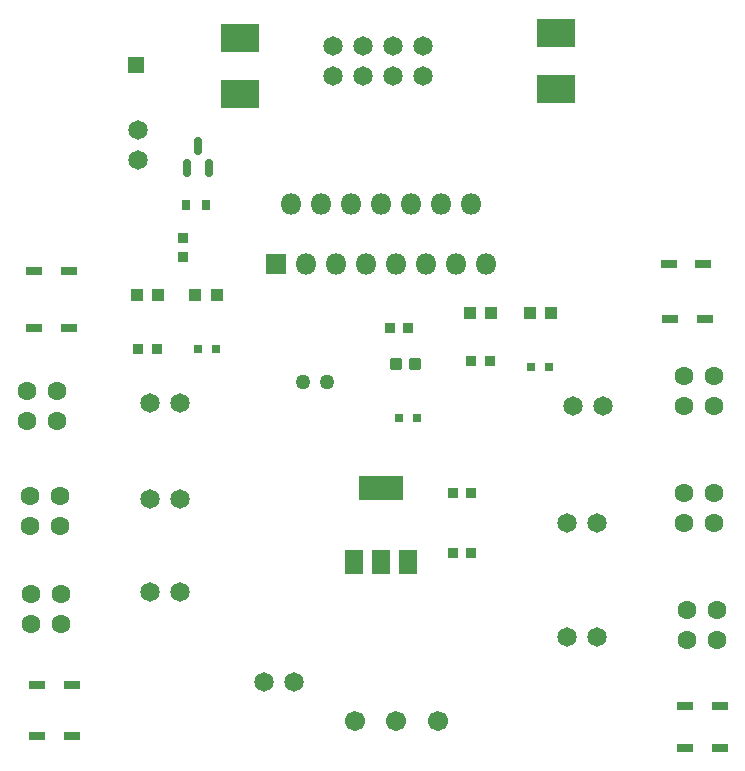
<source format=gts>
%TF.GenerationSoftware,KiCad,Pcbnew,(6.0.9)*%
%TF.CreationDate,2022-12-21T18:09:38-05:00*%
%TF.ProjectId,MotorTestingFixture,4d6f746f-7254-4657-9374-696e67466978,v1*%
%TF.SameCoordinates,Original*%
%TF.FileFunction,Soldermask,Top*%
%TF.FilePolarity,Negative*%
%FSLAX46Y46*%
G04 Gerber Fmt 4.6, Leading zero omitted, Abs format (unit mm)*
G04 Created by KiCad (PCBNEW (6.0.9)) date 2022-12-21 18:09:38*
%MOMM*%
%LPD*%
G01*
G04 APERTURE LIST*
G04 Aperture macros list*
%AMRoundRect*
0 Rectangle with rounded corners*
0 $1 Rounding radius*
0 $2 $3 $4 $5 $6 $7 $8 $9 X,Y pos of 4 corners*
0 Add a 4 corners polygon primitive as box body*
4,1,4,$2,$3,$4,$5,$6,$7,$8,$9,$2,$3,0*
0 Add four circle primitives for the rounded corners*
1,1,$1+$1,$2,$3*
1,1,$1+$1,$4,$5*
1,1,$1+$1,$6,$7*
1,1,$1+$1,$8,$9*
0 Add four rect primitives between the rounded corners*
20,1,$1+$1,$2,$3,$4,$5,0*
20,1,$1+$1,$4,$5,$6,$7,0*
20,1,$1+$1,$6,$7,$8,$9,0*
20,1,$1+$1,$8,$9,$2,$3,0*%
G04 Aperture macros list end*
%ADD10C,1.701800*%
%ADD11R,0.930000X0.870000*%
%ADD12R,0.810000X0.930000*%
%ADD13R,1.371600X0.762000*%
%ADD14C,1.270000*%
%ADD15R,0.762000X0.711200*%
%ADD16C,1.651000*%
%ADD17C,1.600200*%
%ADD18R,1.800000X1.800000*%
%ADD19O,1.800000X1.800000*%
%ADD20R,0.870000X0.930000*%
%ADD21RoundRect,0.150000X0.150000X-0.587500X0.150000X0.587500X-0.150000X0.587500X-0.150000X-0.587500X0*%
%ADD22R,0.990600X1.092200*%
%ADD23R,3.320000X2.440000*%
%ADD24R,1.390000X1.390000*%
%ADD25R,1.500000X2.000000*%
%ADD26R,3.800000X2.000000*%
%ADD27R,0.790000X0.930000*%
%ADD28RoundRect,0.094000X0.376000X0.416000X-0.376000X0.416000X-0.376000X-0.416000X0.376000X-0.416000X0*%
G04 APERTURE END LIST*
D10*
%TO.C,J4*%
X136088001Y-102362000D03*
X132588000Y-102362000D03*
X129088000Y-102362000D03*
%TD*%
D11*
%TO.C,C3*%
X114554000Y-61468000D03*
X114554000Y-63028000D03*
%TD*%
D12*
%TO.C,D2*%
X140510000Y-71882000D03*
X138890000Y-71882000D03*
%TD*%
D13*
%TO.C,CR4*%
X155656200Y-63633350D03*
X158602600Y-63633350D03*
%TD*%
D14*
%TO.C,C1*%
X124714000Y-73660000D03*
X126714000Y-73660000D03*
%TD*%
D15*
%TO.C,LED3*%
X144005300Y-72390000D03*
X145554700Y-72390000D03*
%TD*%
D16*
%TO.C,J10*%
X147066000Y-95250000D03*
X149606000Y-95250000D03*
%TD*%
D17*
%TO.C,J13*%
X104177501Y-91567000D03*
X104177501Y-94107000D03*
X101637501Y-91567000D03*
X101637501Y-94107000D03*
%TD*%
D18*
%TO.C,U1*%
X122390000Y-63630000D03*
D19*
X123660000Y-58550000D03*
X124930000Y-63630000D03*
X126200000Y-58550000D03*
X127470000Y-63630000D03*
X128740000Y-58550000D03*
X130010000Y-63630000D03*
X131280000Y-58550000D03*
X132550000Y-63630000D03*
X133820000Y-58550000D03*
X135090000Y-63630000D03*
X136360000Y-58550000D03*
X137630000Y-63630000D03*
X138900000Y-58550000D03*
X140170000Y-63630000D03*
%TD*%
D20*
%TO.C,C2*%
X133604000Y-69088000D03*
X132044000Y-69088000D03*
%TD*%
D17*
%TO.C,J15*%
X156972000Y-75692000D03*
X156972000Y-73152000D03*
X159512000Y-75692000D03*
X159512000Y-73152000D03*
%TD*%
D20*
%TO.C,C5*%
X137378000Y-83058000D03*
X138938000Y-83058000D03*
%TD*%
D21*
%TO.C,Q1*%
X114874000Y-55547500D03*
X116774000Y-55547500D03*
X115824000Y-53672500D03*
%TD*%
D13*
%TO.C,CR7*%
X102158800Y-103632000D03*
X105105200Y-103632000D03*
%TD*%
D16*
%TO.C,J11*%
X147066000Y-85598000D03*
X149606000Y-85598000D03*
%TD*%
D13*
%TO.C,CR3*%
X101955600Y-69088000D03*
X104902000Y-69088000D03*
%TD*%
D17*
%TO.C,J17*%
X157226000Y-95504000D03*
X157226000Y-92964000D03*
X159766000Y-95504000D03*
X159766000Y-92964000D03*
%TD*%
D16*
%TO.C,J7*%
X111760000Y-91440000D03*
X114300000Y-91440000D03*
%TD*%
D22*
%TO.C,R6*%
X145681700Y-67818000D03*
X143878300Y-67818000D03*
%TD*%
D15*
%TO.C,LED2*%
X115811300Y-70866000D03*
X117360700Y-70866000D03*
%TD*%
D23*
%TO.C,R4*%
X146150000Y-48840000D03*
X146150000Y-44060000D03*
%TD*%
D17*
%TO.C,J12*%
X103886000Y-74422000D03*
X103886000Y-76962000D03*
X101346000Y-74422000D03*
X101346000Y-76962000D03*
%TD*%
D22*
%TO.C,R5*%
X117373400Y-66294000D03*
X115570000Y-66294000D03*
%TD*%
D24*
%TO.C,J1*%
X110550000Y-46850000D03*
%TD*%
D15*
%TO.C,LED1*%
X132829300Y-76708000D03*
X134378700Y-76708000D03*
%TD*%
D16*
%TO.C,J8*%
X111760000Y-83566000D03*
X114300000Y-83566000D03*
%TD*%
D13*
%TO.C,CR1*%
X101904800Y-64262000D03*
X104851200Y-64262000D03*
%TD*%
D25*
%TO.C,U2*%
X129018000Y-88900000D03*
D26*
X131318000Y-82600000D03*
D25*
X131318000Y-88900000D03*
X133618000Y-88900000D03*
%TD*%
D16*
%TO.C,J3*%
X110744000Y-54864000D03*
X110744000Y-52324000D03*
%TD*%
D12*
%TO.C,D1*%
X112316000Y-70866000D03*
X110696000Y-70866000D03*
%TD*%
D22*
%TO.C,R8*%
X138800000Y-67800000D03*
X140603400Y-67800000D03*
%TD*%
D16*
%TO.C,J5*%
X123952000Y-99060000D03*
X121412000Y-99060000D03*
%TD*%
%TO.C,J6*%
X111760000Y-75438000D03*
X114300000Y-75438000D03*
%TD*%
D13*
%TO.C,CR5*%
X102158800Y-99314000D03*
X105105200Y-99314000D03*
%TD*%
D23*
%TO.C,R3*%
X119350000Y-49280000D03*
X119350000Y-44500000D03*
%TD*%
D22*
%TO.C,R7*%
X110604300Y-66294000D03*
X112407700Y-66294000D03*
%TD*%
D13*
%TO.C,CR8*%
X157022800Y-101092000D03*
X159969200Y-101092000D03*
%TD*%
D17*
%TO.C,J16*%
X156972000Y-85598000D03*
X156972000Y-83058000D03*
X159512000Y-85598000D03*
X159512000Y-83058000D03*
%TD*%
D27*
%TO.C,R1*%
X116448000Y-58674000D03*
X114808000Y-58674000D03*
%TD*%
D16*
%TO.C,J9*%
X147574000Y-75692000D03*
X150114000Y-75692000D03*
%TD*%
D20*
%TO.C,C4*%
X137396000Y-88138000D03*
X138956000Y-88138000D03*
%TD*%
D28*
%TO.C,R2*%
X134168000Y-72136000D03*
X132588000Y-72136000D03*
%TD*%
D16*
%TO.C,J2*%
X127254000Y-45212000D03*
X127254000Y-47752000D03*
X129794000Y-45212000D03*
X129794000Y-47752000D03*
X132334000Y-45212000D03*
X132334000Y-47752000D03*
X134874000Y-45212000D03*
X134874000Y-47752000D03*
%TD*%
D17*
%TO.C,J14*%
X104140000Y-83312000D03*
X104140000Y-85852000D03*
X101600000Y-83312000D03*
X101600000Y-85852000D03*
%TD*%
D13*
%TO.C,CR6*%
X157022800Y-104648000D03*
X159969200Y-104648000D03*
%TD*%
%TO.C,CR2*%
X155752800Y-68326000D03*
X158699200Y-68326000D03*
%TD*%
M02*

</source>
